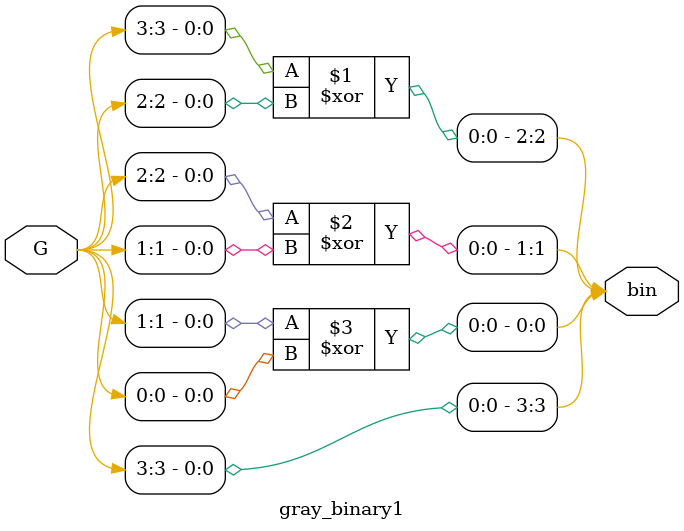
<source format=v>
`timescale 1ns / 1ps


module gray_binary1(G,bin);
input [3:0]G;  
output [3:0]bin;//binary input

assign bin[3] = (G[3]);
assign bin[2] = (G[3] ^ G[2]);
assign bin[1] = (G[2] ^ G[1]);
assign bin[0] = (G[1] ^ G[0]);

endmodule


</source>
